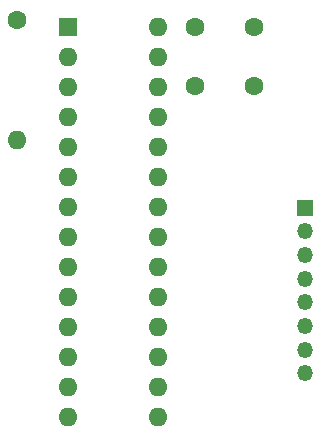
<source format=gbr>
%TF.GenerationSoftware,KiCad,Pcbnew,7.0.1*%
%TF.CreationDate,2023-04-21T04:09:38+01:00*%
%TF.ProjectId,wiikey,7769696b-6579-42e6-9b69-6361645f7063,rev?*%
%TF.SameCoordinates,Original*%
%TF.FileFunction,Soldermask,Bot*%
%TF.FilePolarity,Negative*%
%FSLAX46Y46*%
G04 Gerber Fmt 4.6, Leading zero omitted, Abs format (unit mm)*
G04 Created by KiCad (PCBNEW 7.0.1) date 2023-04-21 04:09:39*
%MOMM*%
%LPD*%
G01*
G04 APERTURE LIST*
%ADD10R,1.350000X1.350000*%
%ADD11O,1.350000X1.350000*%
%ADD12C,1.600000*%
%ADD13O,1.600000X1.600000*%
%ADD14R,1.600000X1.600000*%
G04 APERTURE END LIST*
D10*
%TO.C,J1*%
X174142400Y-104325400D03*
D11*
X174142400Y-106325400D03*
X174142400Y-108325400D03*
X174142400Y-110325400D03*
X174142400Y-112325400D03*
X174142400Y-114325400D03*
X174142400Y-116325400D03*
X174142400Y-118325400D03*
%TD*%
D12*
%TO.C,R1*%
X149758400Y-88417400D03*
D13*
X149758400Y-98577400D03*
%TD*%
D14*
%TO.C,U1*%
X154051000Y-89027000D03*
D13*
X154051000Y-91567000D03*
X154051000Y-94107000D03*
X154051000Y-96647000D03*
X154051000Y-99187000D03*
X154051000Y-101727000D03*
X154051000Y-104267000D03*
X154051000Y-106807000D03*
X154051000Y-109347000D03*
X154051000Y-111887000D03*
X154051000Y-114427000D03*
X154051000Y-116967000D03*
X154051000Y-119507000D03*
X154051000Y-122047000D03*
X161671000Y-122047000D03*
X161671000Y-119507000D03*
X161671000Y-116967000D03*
X161671000Y-114427000D03*
X161671000Y-111887000D03*
X161671000Y-109347000D03*
X161671000Y-106807000D03*
X161671000Y-104267000D03*
X161671000Y-101727000D03*
X161671000Y-99187000D03*
X161671000Y-96647000D03*
X161671000Y-94107000D03*
X161671000Y-91567000D03*
X161671000Y-89027000D03*
%TD*%
D12*
%TO.C,C2*%
X164851000Y-93980000D03*
X169851000Y-93980000D03*
%TD*%
%TO.C,C1*%
X164851000Y-88977000D03*
X169851000Y-88977000D03*
%TD*%
M02*

</source>
